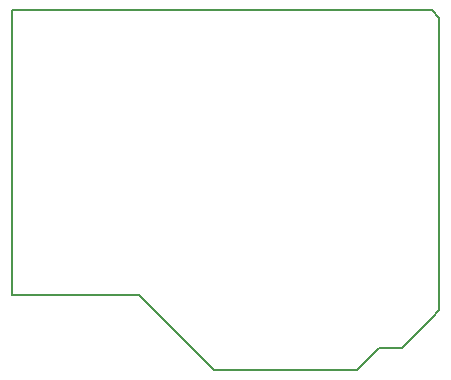
<source format=gm1>
G04 #@! TF.FileFunction,Profile,NP*
%FSLAX46Y46*%
G04 Gerber Fmt 4.6, Leading zero omitted, Abs format (unit mm)*
G04 Created by KiCad (PCBNEW 4.0.7) date Tuesday, June 26, 2018 'PMt' 08:38:01 PM*
%MOMM*%
%LPD*%
G01*
G04 APERTURE LIST*
%ADD10C,0.100000*%
%ADD11C,0.150000*%
G04 APERTURE END LIST*
D10*
D11*
X144145000Y-134620000D02*
X143510000Y-135255000D01*
X144145000Y-109855000D02*
X144145000Y-134620000D01*
X143510000Y-109220000D02*
X144145000Y-109855000D01*
X137160000Y-139700000D02*
X139065000Y-137795000D01*
X125095000Y-139700000D02*
X137160000Y-139700000D01*
X121920000Y-136525000D02*
X125095000Y-139700000D01*
X140970000Y-137795000D02*
X143510000Y-135255000D01*
X139065000Y-137795000D02*
X140970000Y-137795000D01*
X143510000Y-109220000D02*
X107950000Y-109220000D01*
X118745000Y-133350000D02*
X121920000Y-136525000D01*
X107950000Y-133350000D02*
X118745000Y-133350000D01*
X107950000Y-109220000D02*
X107950000Y-133350000D01*
M02*

</source>
